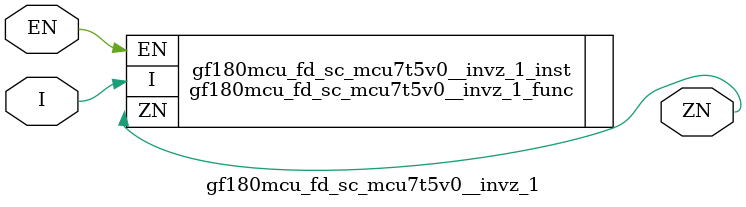
<source format=v>

module gf180mcu_fd_sc_mcu7t5v0__invz_1( EN, ZN, I );
input EN, I;
output ZN;

   `ifdef FUNCTIONAL  //  functional //

	gf180mcu_fd_sc_mcu7t5v0__invz_1_func gf180mcu_fd_sc_mcu7t5v0__invz_1_behav_inst(.EN(EN),.ZN(ZN),.I(I));

   `else

	gf180mcu_fd_sc_mcu7t5v0__invz_1_func gf180mcu_fd_sc_mcu7t5v0__invz_1_inst(.EN(EN),.ZN(ZN),.I(I));

	// spec_gates_begin


	// spec_gates_end



   specify

	// specify_block_begin

	// comb arc EN --> ZN
	 (EN => ZN) = (1.0,1.0);

	// comb arc I --> ZN
	 (I => ZN) = (1.0,1.0);

	// specify_block_end

   endspecify

   `endif

endmodule

</source>
